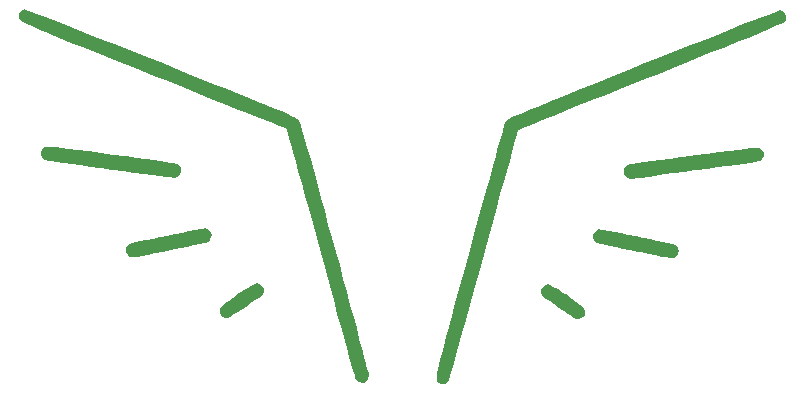
<source format=gbr>
%TF.GenerationSoftware,KiCad,Pcbnew,7.0.1-3b83917a11~171~ubuntu22.04.1*%
%TF.CreationDate,2023-03-24T21:35:45-04:00*%
%TF.ProjectId,whisper_plate,77686973-7065-4725-9f70-6c6174652e6b,v1.0.0*%
%TF.SameCoordinates,Original*%
%TF.FileFunction,Legend,Top*%
%TF.FilePolarity,Positive*%
%FSLAX46Y46*%
G04 Gerber Fmt 4.6, Leading zero omitted, Abs format (unit mm)*
G04 Created by KiCad (PCBNEW 7.0.1-3b83917a11~171~ubuntu22.04.1) date 2023-03-24 21:35:45*
%MOMM*%
%LPD*%
G01*
G04 APERTURE LIST*
G04 APERTURE END LIST*
%TO.C,G\u002A\u002A\u002A*%
G36*
X198381034Y-121488079D02*
G01*
X198578749Y-121671942D01*
X198690414Y-121919030D01*
X198690862Y-122180780D01*
X198607473Y-122351978D01*
X198492004Y-122456476D01*
X198262924Y-122631388D01*
X197947960Y-122858079D01*
X197574840Y-123117919D01*
X197171288Y-123392273D01*
X196765032Y-123662510D01*
X196383797Y-123909997D01*
X196055311Y-124116101D01*
X195807300Y-124262191D01*
X195667489Y-124329633D01*
X195662784Y-124330856D01*
X195432288Y-124329905D01*
X195287000Y-124280208D01*
X195090824Y-124128292D01*
X195005829Y-123931961D01*
X194991963Y-123737925D01*
X194998077Y-123623304D01*
X195028811Y-123518180D01*
X195100894Y-123407642D01*
X195231058Y-123276780D01*
X195436033Y-123110682D01*
X195732548Y-122894437D01*
X196137334Y-122613134D01*
X196634357Y-122274128D01*
X197175474Y-121915711D01*
X197605834Y-121650747D01*
X197918598Y-121483183D01*
X198106927Y-121416961D01*
X198122432Y-121416000D01*
X198381034Y-121488079D01*
G37*
G36*
X222928138Y-121550120D02*
G01*
X223201075Y-121692190D01*
X223576681Y-121917444D01*
X224038727Y-122216447D01*
X224250309Y-122358795D01*
X224772765Y-122715266D01*
X225171142Y-122992591D01*
X225462172Y-123205681D01*
X225662584Y-123369447D01*
X225789108Y-123498800D01*
X225858475Y-123608650D01*
X225887414Y-123713909D01*
X225892703Y-123822592D01*
X225861133Y-124090234D01*
X225744240Y-124262315D01*
X225582066Y-124366658D01*
X225393283Y-124445959D01*
X225233752Y-124437171D01*
X225132000Y-124402992D01*
X225006985Y-124334356D01*
X224773710Y-124187332D01*
X224459455Y-123980708D01*
X224091495Y-123733273D01*
X223697108Y-123463814D01*
X223303572Y-123191121D01*
X222938165Y-122933981D01*
X222628163Y-122711183D01*
X222400845Y-122541515D01*
X222283488Y-122443766D01*
X222277192Y-122436645D01*
X222180165Y-122193501D01*
X222214004Y-121931629D01*
X222353622Y-121698280D01*
X222573935Y-121540705D01*
X222774099Y-121500667D01*
X222928138Y-121550120D01*
G37*
G36*
X227278789Y-116860383D02*
G01*
X227542873Y-116906469D01*
X227926641Y-116977664D01*
X228407024Y-117069373D01*
X228960952Y-117177002D01*
X229565355Y-117295955D01*
X230197164Y-117421639D01*
X230833310Y-117549459D01*
X231450722Y-117674820D01*
X232026331Y-117793127D01*
X232537067Y-117899787D01*
X232959860Y-117990205D01*
X233271642Y-118059785D01*
X233325653Y-118072460D01*
X233602273Y-118203356D01*
X233773499Y-118412989D01*
X233842098Y-118662545D01*
X233810832Y-118913208D01*
X233682467Y-119126164D01*
X233459765Y-119262598D01*
X233238833Y-119291560D01*
X233089025Y-119272566D01*
X232796400Y-119222504D01*
X232383723Y-119145747D01*
X231873760Y-119046673D01*
X231289276Y-118929654D01*
X230653036Y-118799068D01*
X230381333Y-118742377D01*
X229719749Y-118603714D01*
X229091338Y-118472087D01*
X228520829Y-118352669D01*
X228032952Y-118250634D01*
X227652436Y-118171155D01*
X227404010Y-118119406D01*
X227351655Y-118108557D01*
X226948260Y-117973632D01*
X226686491Y-117768505D01*
X226574891Y-117500530D01*
X226571333Y-117436667D01*
X226646617Y-117167270D01*
X226838826Y-116954003D01*
X227097493Y-116847896D01*
X227157458Y-116844000D01*
X227278789Y-116860383D01*
G37*
G36*
X193993631Y-116835457D02*
G01*
X194204543Y-117029811D01*
X194309480Y-117291365D01*
X194313333Y-117352000D01*
X194269690Y-117523722D01*
X194165378Y-117721916D01*
X194040324Y-117883239D01*
X193939756Y-117944667D01*
X193853315Y-117961222D01*
X193619532Y-118008364D01*
X193256874Y-118082309D01*
X192783806Y-118179270D01*
X192218794Y-118295462D01*
X191580305Y-118427099D01*
X190886805Y-118570398D01*
X190842000Y-118579667D01*
X190137044Y-118724409D01*
X189478302Y-118857567D01*
X188885624Y-118975284D01*
X188378863Y-119073706D01*
X187977869Y-119148979D01*
X187702495Y-119197248D01*
X187572592Y-119214660D01*
X187571611Y-119214667D01*
X187361449Y-119156141D01*
X187201333Y-119045333D01*
X187056766Y-118797463D01*
X187048176Y-118519980D01*
X187160014Y-118258857D01*
X187376729Y-118060069D01*
X187559013Y-117987794D01*
X187841745Y-117923704D01*
X188240842Y-117837710D01*
X188733232Y-117734409D01*
X189295847Y-117618394D01*
X189905617Y-117494260D01*
X190539471Y-117366602D01*
X191174341Y-117240013D01*
X191787158Y-117119089D01*
X192354850Y-117008424D01*
X192854349Y-116912613D01*
X193262585Y-116836250D01*
X193556488Y-116783929D01*
X193712989Y-116760246D01*
X193727207Y-116759333D01*
X193993631Y-116835457D01*
G37*
G36*
X240637124Y-109940885D02*
G01*
X240688126Y-109950045D01*
X240912903Y-110104644D01*
X241027868Y-110338956D01*
X241033094Y-110603860D01*
X240928655Y-110850231D01*
X240714625Y-111028948D01*
X240686486Y-111041503D01*
X240555701Y-111072491D01*
X240272269Y-111122962D01*
X239851477Y-111190672D01*
X239308613Y-111273378D01*
X238658963Y-111368838D01*
X237917815Y-111474809D01*
X237100454Y-111589047D01*
X236222170Y-111709309D01*
X235298248Y-111833354D01*
X235207333Y-111845429D01*
X234285084Y-111968092D01*
X233410965Y-112084917D01*
X232599710Y-112193896D01*
X231866057Y-112293024D01*
X231224741Y-112380294D01*
X230690498Y-112453699D01*
X230278064Y-112511235D01*
X230002176Y-112550893D01*
X229877569Y-112570669D01*
X229873333Y-112571652D01*
X229707124Y-112562151D01*
X229534666Y-112500502D01*
X229288931Y-112300480D01*
X229168757Y-112035158D01*
X229192598Y-111750435D01*
X229213317Y-111701271D01*
X229365434Y-111498337D01*
X229535437Y-111375555D01*
X229654602Y-111348336D01*
X229926880Y-111301553D01*
X230337444Y-111237338D01*
X230871470Y-111157822D01*
X231514133Y-111065136D01*
X232250607Y-110961413D01*
X233066066Y-110848783D01*
X233945686Y-110729378D01*
X234874640Y-110605329D01*
X235101634Y-110575320D01*
X236265778Y-110422664D01*
X237271396Y-110292927D01*
X238127599Y-110185090D01*
X238843493Y-110098135D01*
X239428187Y-110031040D01*
X239890789Y-109982787D01*
X240240407Y-109952357D01*
X240486149Y-109938729D01*
X240637124Y-109940885D01*
G37*
G36*
X180471867Y-109856920D02*
G01*
X180749098Y-109876263D01*
X181131768Y-109912633D01*
X181629017Y-109967067D01*
X182249986Y-110040604D01*
X183003815Y-110134281D01*
X183899646Y-110249136D01*
X184946620Y-110386208D01*
X185901319Y-110512845D01*
X187007627Y-110660681D01*
X187958042Y-110788789D01*
X188764617Y-110899094D01*
X189439402Y-110993519D01*
X189994449Y-111073987D01*
X190441809Y-111142423D01*
X190793533Y-111200748D01*
X191061672Y-111250888D01*
X191258279Y-111294765D01*
X191395404Y-111334303D01*
X191485098Y-111371425D01*
X191539414Y-111408054D01*
X191545284Y-111413654D01*
X191691958Y-111664084D01*
X191703848Y-111944710D01*
X191595944Y-112206726D01*
X191383238Y-112401328D01*
X191223000Y-112462885D01*
X191110968Y-112458770D01*
X190846056Y-112433447D01*
X190443140Y-112388747D01*
X189917099Y-112326504D01*
X189282808Y-112248548D01*
X188555147Y-112156711D01*
X187748992Y-112052826D01*
X186879222Y-111938723D01*
X185960712Y-111816236D01*
X185846666Y-111800892D01*
X184916990Y-111674626D01*
X184029667Y-111552062D01*
X183200225Y-111435478D01*
X182444189Y-111327152D01*
X181777085Y-111229363D01*
X181214438Y-111144389D01*
X180771775Y-111074508D01*
X180464622Y-111021999D01*
X180308504Y-110989141D01*
X180302692Y-110987326D01*
X180031873Y-110852221D01*
X179889973Y-110657939D01*
X179884181Y-110642167D01*
X179848390Y-110337148D01*
X179942374Y-110068619D01*
X180146034Y-109886480D01*
X180197154Y-109865162D01*
X180290932Y-109853566D01*
X180471867Y-109856920D01*
G37*
G36*
X242630272Y-98374677D02*
G01*
X242807459Y-98561260D01*
X242896457Y-98814533D01*
X242879331Y-99087319D01*
X242763833Y-99304169D01*
X242662970Y-99361422D01*
X242408018Y-99478981D01*
X242002552Y-99655383D01*
X241450148Y-99889164D01*
X240754381Y-100178859D01*
X239918827Y-100523004D01*
X238947060Y-100920136D01*
X237842657Y-101368790D01*
X236609193Y-101867502D01*
X235250243Y-102414808D01*
X233769383Y-103009244D01*
X232170188Y-103649346D01*
X231439666Y-103941211D01*
X230127026Y-104465400D01*
X228857953Y-104972244D01*
X227641295Y-105458208D01*
X226485901Y-105919755D01*
X225400618Y-106353349D01*
X224394295Y-106755453D01*
X223475781Y-107122531D01*
X222653923Y-107451047D01*
X221937569Y-107737463D01*
X221335568Y-107978244D01*
X220856768Y-108169853D01*
X220510018Y-108308754D01*
X220304165Y-108391410D01*
X220246580Y-108414804D01*
X220222587Y-108496227D01*
X220156634Y-108731382D01*
X220051363Y-109110649D01*
X219909417Y-109624408D01*
X219733439Y-110263038D01*
X219526071Y-111016917D01*
X219289955Y-111876425D01*
X219027735Y-112831942D01*
X218742053Y-113873847D01*
X218435551Y-114992519D01*
X218110872Y-116178337D01*
X217770659Y-117421680D01*
X217417554Y-118712928D01*
X217337447Y-119005975D01*
X216922680Y-120520538D01*
X216531607Y-121942897D01*
X216166007Y-123266754D01*
X215827662Y-124485813D01*
X215518351Y-125593777D01*
X215239855Y-126584349D01*
X214993955Y-127451233D01*
X214782430Y-128188132D01*
X214607061Y-128788749D01*
X214469629Y-129246787D01*
X214371913Y-129555950D01*
X214315695Y-129709941D01*
X214306533Y-129725652D01*
X214037201Y-129897600D01*
X213745906Y-129905717D01*
X213617333Y-129857169D01*
X213547872Y-129825343D01*
X213485193Y-129797024D01*
X213431151Y-129763967D01*
X213387603Y-129717926D01*
X213356404Y-129650653D01*
X213339413Y-129553904D01*
X213338484Y-129419430D01*
X213355474Y-129238987D01*
X213392241Y-129004328D01*
X213450639Y-128707206D01*
X213532526Y-128339375D01*
X213639758Y-127892589D01*
X213774191Y-127358602D01*
X213937682Y-126729167D01*
X214132087Y-125996038D01*
X214359263Y-125150969D01*
X214621065Y-124185713D01*
X214919351Y-123092024D01*
X215255977Y-121861655D01*
X215632799Y-120486361D01*
X216051673Y-118957896D01*
X216159893Y-118562878D01*
X216520591Y-117247321D01*
X216869949Y-115975404D01*
X217205267Y-114756846D01*
X217523846Y-113601363D01*
X217822985Y-112518674D01*
X218099984Y-111518495D01*
X218352144Y-110610545D01*
X218576762Y-109804541D01*
X218771141Y-109110201D01*
X218932579Y-108537243D01*
X219058376Y-108095383D01*
X219145833Y-107794341D01*
X219192248Y-107643832D01*
X219197983Y-107629067D01*
X219265705Y-107582515D01*
X219443674Y-107493609D01*
X219735663Y-107360796D01*
X220145447Y-107182524D01*
X220676798Y-106957243D01*
X221333491Y-106683399D01*
X222119299Y-106359442D01*
X223037997Y-105983820D01*
X224093357Y-105554980D01*
X225289153Y-105071372D01*
X226629160Y-104531443D01*
X228117150Y-103933641D01*
X229756899Y-103276415D01*
X230739138Y-102883319D01*
X232071069Y-102351049D01*
X233361666Y-101836304D01*
X234602024Y-101342589D01*
X235783235Y-100873408D01*
X236896392Y-100432266D01*
X237932589Y-100022666D01*
X238882919Y-99648115D01*
X239738476Y-99312115D01*
X240490351Y-99018172D01*
X241129639Y-98769791D01*
X241647434Y-98570475D01*
X242034827Y-98423728D01*
X242282912Y-98333057D01*
X242382783Y-98301964D01*
X242382833Y-98301964D01*
X242630272Y-98374677D01*
G37*
G36*
X178601363Y-98248255D02*
G01*
X178849129Y-98338800D01*
X179236226Y-98485428D01*
X179753750Y-98684636D01*
X180392795Y-98932921D01*
X181144456Y-99226778D01*
X181999830Y-99562703D01*
X182950010Y-99937193D01*
X183986092Y-100346745D01*
X185099171Y-100787853D01*
X186280343Y-101257016D01*
X187520701Y-101750728D01*
X188811343Y-102265486D01*
X190143361Y-102797786D01*
X190150227Y-102800533D01*
X191718698Y-103428025D01*
X193137486Y-103995913D01*
X194414175Y-104507374D01*
X195556349Y-104965582D01*
X196571590Y-105373713D01*
X197467483Y-105734943D01*
X198251611Y-106052446D01*
X198931558Y-106329399D01*
X199514906Y-106568977D01*
X200009240Y-106774355D01*
X200422142Y-106948709D01*
X200761197Y-107095215D01*
X201033988Y-107217047D01*
X201248098Y-107317382D01*
X201411110Y-107399394D01*
X201530610Y-107466260D01*
X201614178Y-107521154D01*
X201669400Y-107567253D01*
X201703859Y-107607731D01*
X201725138Y-107645765D01*
X201726026Y-107647735D01*
X201766907Y-107770588D01*
X201848192Y-108043518D01*
X201966671Y-108454760D01*
X202119134Y-108992552D01*
X202302370Y-109645129D01*
X202513169Y-110400725D01*
X202748320Y-111247579D01*
X203004612Y-112173924D01*
X203278835Y-113167997D01*
X203567779Y-114218034D01*
X203868233Y-115312270D01*
X204176987Y-116438942D01*
X204490829Y-117586285D01*
X204806551Y-118742535D01*
X205120940Y-119895927D01*
X205430786Y-121034699D01*
X205732880Y-122147085D01*
X206024010Y-123221321D01*
X206300966Y-124245643D01*
X206560538Y-125208287D01*
X206799515Y-126097488D01*
X207014686Y-126901483D01*
X207202841Y-127608508D01*
X207360769Y-128206797D01*
X207485260Y-128684588D01*
X207573104Y-129030115D01*
X207621090Y-129231615D01*
X207629409Y-129279346D01*
X207545794Y-129538519D01*
X207348002Y-129730421D01*
X207086861Y-129825820D01*
X206813200Y-129795481D01*
X206767643Y-129774980D01*
X206585206Y-129649700D01*
X206490138Y-129544000D01*
X206459046Y-129448042D01*
X206386143Y-129198493D01*
X206274142Y-128805137D01*
X206125751Y-128277757D01*
X205943681Y-127626138D01*
X205730644Y-126860063D01*
X205489349Y-125989318D01*
X205222508Y-125023687D01*
X204932830Y-123972953D01*
X204623027Y-122846900D01*
X204295809Y-121655314D01*
X203953886Y-120407977D01*
X203599970Y-119114675D01*
X203535517Y-118878912D01*
X203180626Y-117580950D01*
X202838044Y-116328771D01*
X202510418Y-115132014D01*
X202200397Y-114000319D01*
X201910628Y-112943327D01*
X201643759Y-111970677D01*
X201402437Y-111092009D01*
X201189312Y-110316964D01*
X201007030Y-109655181D01*
X200858239Y-109116300D01*
X200745588Y-108709961D01*
X200671724Y-108445804D01*
X200639295Y-108333470D01*
X200638022Y-108330074D01*
X200558837Y-108297990D01*
X200331237Y-108206656D01*
X199964070Y-108059610D01*
X199466184Y-107860387D01*
X198846428Y-107612523D01*
X198113649Y-107319556D01*
X197276696Y-106985021D01*
X196344417Y-106612455D01*
X195325659Y-106205394D01*
X194229272Y-105767374D01*
X193064103Y-105301932D01*
X191839001Y-104812605D01*
X190562813Y-104302928D01*
X189445000Y-103856545D01*
X187795523Y-103197065D01*
X186262828Y-102582615D01*
X184850491Y-102014660D01*
X183562086Y-101494662D01*
X182401190Y-101024087D01*
X181371377Y-100604398D01*
X180476223Y-100237060D01*
X179719304Y-99923536D01*
X179104195Y-99665290D01*
X178634471Y-99463788D01*
X178313708Y-99320492D01*
X178145482Y-99236866D01*
X178120833Y-99219502D01*
X177996574Y-98968194D01*
X177994073Y-98695274D01*
X178095393Y-98447922D01*
X178282600Y-98273315D01*
X178501833Y-98217297D01*
X178601363Y-98248255D01*
G37*
%TD*%
M02*

</source>
